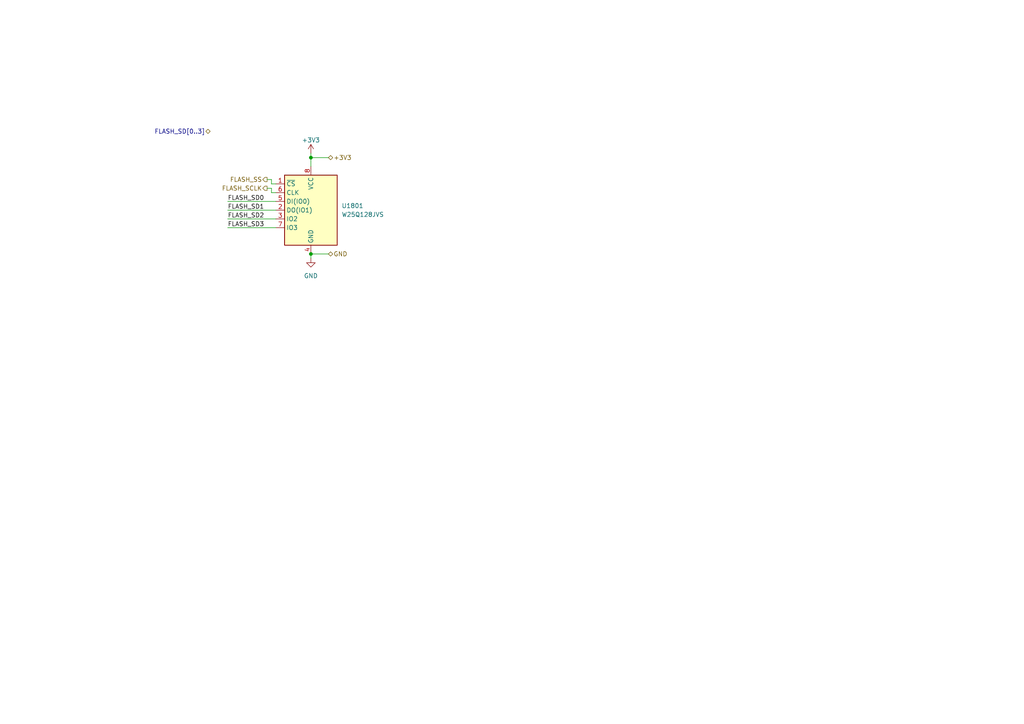
<source format=kicad_sch>
(kicad_sch (version 20231120) (generator "eeschema") (generator_version "8.0")
  (paper "A4")
  (lib_symbols
    (symbol "Memory_Flash:W25Q128JVS"
      (property "Reference" "U" (at -8.89 8.89 0))
      (property "Value" "W25Q128JVS" (at 7.62 8.89 0))
      (symbol "W25Q128JVS_0_1"
        (rectangle (start -7.62 10.16) (end 7.62 -10.16) (stroke (width 0.254)) (fill (type background)))
      )
      (symbol "W25Q128JVS_1_1"
        (pin input line (at -10.16 7.62 0) (length 2.54) (name "~{CS}") (number "1"))
        (pin bidirectional line (at -10.16 0 0) (length 2.54) (name "DO(IO1)") (number "2"))
        (pin bidirectional line (at -10.16 -2.54 0) (length 2.54) (name "IO2") (number "3"))
        (pin power_in line (at 0 -12.7 90) (length 2.54) (name "GND") (number "4"))
        (pin bidirectional line (at -10.16 2.54 0) (length 2.54) (name "DI(IO0)") (number "5"))
        (pin input line (at -10.16 5.08 0) (length 2.54) (name "CLK") (number "6"))
        (pin bidirectional line (at -10.16 -5.08 0) (length 2.54) (name "IO3") (number "7"))
        (pin power_in line (at 0 12.7 270) (length 2.54) (name "VCC") (number "8"))
      )
    )
    (symbol "power:+3V3" (power) (pin_names (offset 0))
      (property "Value" "+3V3" (at 0 3.556 0))
      (symbol "+3V3_0_1"
        (polyline (pts (xy -0.762 1.27) (xy 0 2.54)))
        (polyline (pts (xy 0 0) (xy 0 2.54)))
        (polyline (pts (xy 0 2.54) (xy 0.762 1.27)))
      )
      (symbol "+3V3_1_1"
        (pin power_in line (at 0 0 90) (length 0) hide (name "+3V3") (number "1"))
      )
    )
    (symbol "power:GND" (power) (pin_names (offset 0))
      (property "Value" "GND" (at 0 -3.81 0))
      (symbol "GND_0_1"
        (polyline (pts (xy 0 0) (xy 0 -1.27) (xy 1.27 -1.27) (xy 0 -2.54) (xy -1.27 -1.27) (xy 0 -1.27)))
      )
      (symbol "GND_1_1"
        (pin power_in line (at 0 0 270) (length 0) hide (name "GND") (number "1"))
      )
    )
  )
  (junction (at 90.17 73.66))
  (junction (at 90.17 45.72))
  (wire (pts (xy 78.74 54.61) (xy 78.74 55.88)))
  (wire (pts (xy 66.04 60.96) (xy 80.01 60.96)))
  (wire (pts (xy 66.04 66.04) (xy 80.01 66.04)))
  (wire (pts (xy 90.17 45.72) (xy 90.17 44.45)))
  (wire (pts (xy 77.47 52.07) (xy 78.74 52.07)))
  (wire (pts (xy 78.74 52.07) (xy 78.74 53.34)))
  (wire (pts (xy 90.17 45.72) (xy 95.25 45.72)))
  (wire (pts (xy 78.74 53.34) (xy 80.01 53.34)))
  (wire (pts (xy 90.17 45.72) (xy 90.17 48.26)))
  (wire (pts (xy 66.04 63.5) (xy 80.01 63.5)))
  (wire (pts (xy 78.74 55.88) (xy 80.01 55.88)))
  (wire (pts (xy 66.04 58.42) (xy 80.01 58.42)))
  (wire (pts (xy 90.17 74.93) (xy 90.17 73.66)))
  (wire (pts (xy 78.74 54.61) (xy 77.47 54.61)))
  (wire (pts (xy 95.25 73.66) (xy 90.17 73.66)))
  (label "FLASH_SD0" (at 66.04 58.42 0))
  (label "FLASH_SD1" (at 66.04 60.96 0))
  (label "FLASH_SD3" (at 66.04 66.04 0))
  (label "FLASH_SD2" (at 66.04 63.5 0))
  (hierarchical_label "FLASH_SCLK" (shape output) (at 77.47 54.61 180))
  (hierarchical_label "FLASH_SS" (shape output) (at 77.47 52.07 180))
  (hierarchical_label "+3V3" (shape bidirectional) (at 95.25 45.72 0))
  (hierarchical_label "GND" (shape bidirectional) (at 95.25 73.66 0))
  (hierarchical_label "FLASH_SD[0..3]" (shape bidirectional) (at 60.96 38.1 180))
  (symbol (lib_id "power:+3V3") (at 90.17 44.45 0) (mirror y) (unit 1)
    (property "Reference" "#PWR01801" (effects (hide yes)))
    (property "Value" "+3V3" (at 90.17 40.64 0))
    (property "Description" "Power symbol creates a global label with name \"+3V3\"" (effects (hide yes)))
  )
  (symbol (lib_id "Memory_Flash:W25Q128JVS") (at 90.17 60.96 0) (unit 1)
    (property "Reference" "U1801" (at 99.06 59.6899 0) (effects (justify left)))
    (property "Value" "W25Q128JVS" (at 99.06 62.2299 0) (effects (justify left)))
    (property "Footprint" "Package_SO:SOIC-8_5.23x5.23mm_P1.27mm" (effects (hide yes)))
    (property "Datasheet" "http://www.winbond.com/resource-files/w25q128jv_dtr%20revc%2003272018%20plus.pdf" (effects (hide yes)))
    (property "Description" "128Mb Serial Flash Memory, Standard/Dual/Quad SPI, SOIC-8" (effects (hide yes)))
    (property "OLI_ID" "FLASH40_USON-8-EP-2x3" (effects (hide yes)))
  )
  (symbol (lib_id "power:GND") (at 90.17 74.93 0) (unit 1)
    (property "Reference" "#PWR01802" (effects (hide yes)))
    (property "Value" "GND" (at 90.17 80.01 0))
    (property "Description" "Power symbol creates a global label with name \"GND\" , ground" (effects (hide yes)))
  )
)
</source>
